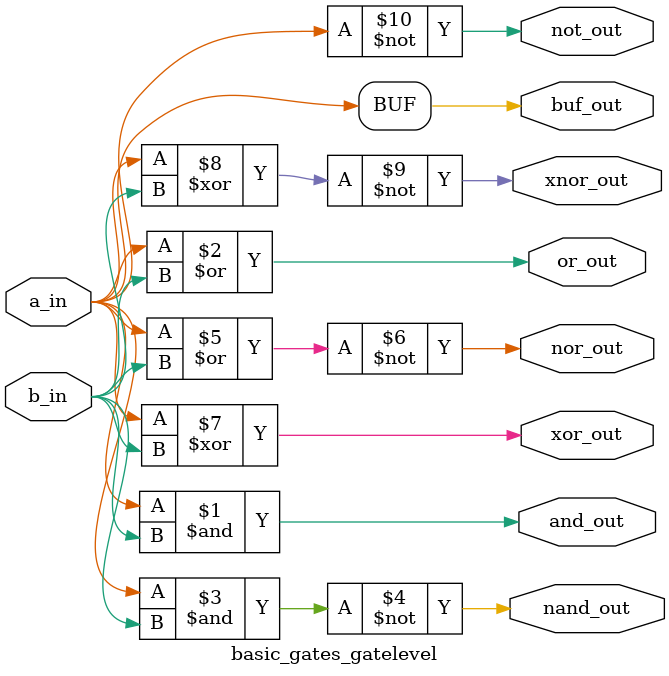
<source format=v>
module basic_gates_gatelevel(input a_in,
                             input b_in,
                             output not_out,
                             output buf_out,
                             output and_out,
                             output or_out,
                             output nand_out,
                             output nor_out,
                             output xor_out,
                             output xnor_out);
  not   g1 (not_out, a_in);        // not  not_instantation(output, input);
  buf   g2 (buf_out, a_in);        // buf  buf_instantation(output, input);
  and   g3 (and_out, a_in, b_in);  // and  and_instantation(output, input1, input2);
  or    g4 (or_out, a_in, b_in);   // or   or_instantation(output, input1, input2);
  nand  g5 (nand_out, a_in, b_in); // nand nand_instantation(output, input1, input2);
  nor   g6 (nor_out, a_in, b_in);  // nor  nor_instantation(output, input1, input2);
  xor   g7 (xor_out, a_in, b_in);  // xor  xor_instantation(output, input1, input2);
  xnor  g8 (xnor_out, a_in, b_in); // xnor xnor_instantation(output, input1, input2);
endmodule

</source>
